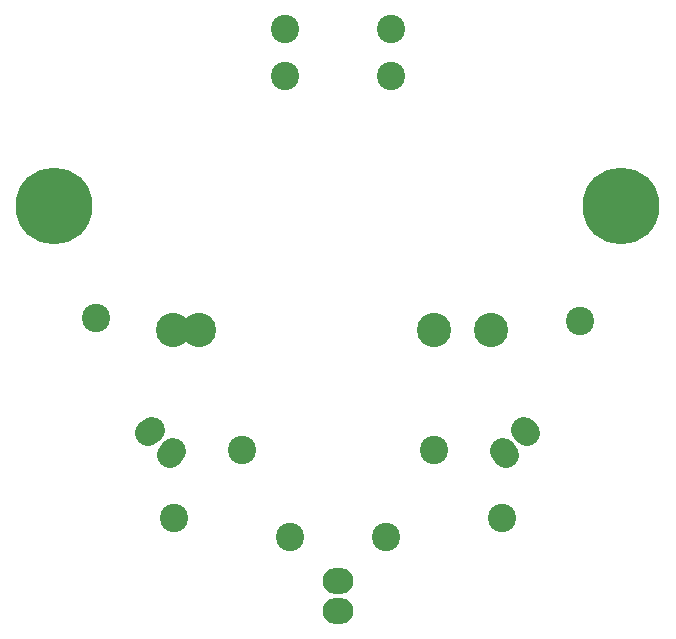
<source format=gts>
%TF.GenerationSoftware,KiCad,Pcbnew,4.1.0-alpha+201607210716+6990~46~ubuntu15.10.1-product*%
%TF.CreationDate,2016-08-13T23:10:28+05:30*%
%TF.ProjectId,makerauto,6D616B65726175746F2E6B696361645F,rev?*%
%TF.FileFunction,Soldermask,Top*%
%FSLAX46Y46*%
G04 Gerber Fmt 4.6, Leading zero omitted, Abs format (unit mm)*
G04 Created by KiCad (PCBNEW 4.1.0-alpha+201607210716+6990~46~ubuntu15.10.1-product) date Sat Aug 13 23:10:28 2016*
%MOMM*%
%LPD*%
G01*
G04 APERTURE LIST*
%ADD10C,0.050800*%
%ADD11C,2.900000*%
%ADD12C,6.496000*%
%ADD13O,2.600000X2.200000*%
%ADD14C,2.200000*%
%ADD15C,2.400000*%
G04 APERTURE END LIST*
D10*
D11*
X108100000Y-90500000D03*
X88200000Y-90500000D03*
X86000000Y-90500000D03*
X113000000Y-90500000D03*
D12*
X76000000Y-80000000D03*
X124000000Y-80000000D03*
D13*
X100000000Y-114270000D03*
X100000000Y-111730000D03*
D14*
X116039447Y-99243395D02*
X115756605Y-98960553D01*
X114243395Y-101039447D02*
X113960553Y-100756605D01*
X84243395Y-98960553D02*
X83960553Y-99243395D01*
X86039447Y-100756605D02*
X85756605Y-101039447D01*
D15*
X91873682Y-100626318D03*
X86126318Y-106373682D03*
X108126318Y-100626318D03*
X113873682Y-106373682D03*
X104064000Y-108000000D03*
X95936000Y-108000000D03*
X104500000Y-69000000D03*
X95500000Y-65000000D03*
X104500000Y-65000000D03*
X95500000Y-69000000D03*
X79500000Y-89500000D03*
X120500000Y-89750000D03*
M02*

</source>
